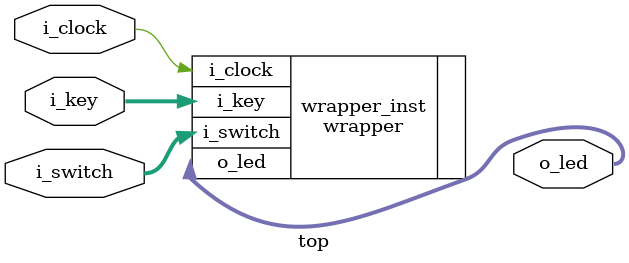
<source format=sv>
module top (
    input logic i_clock,
    input logic [1:0] i_key,
    input logic [3:0] i_switch,
    output logic [7:0] o_led
);

wrapper wrapper_inst (
    .i_clock(i_clock),
    .i_key(i_key),
    .i_switch(i_switch),
    .o_led(o_led)
);

endmodule

</source>
